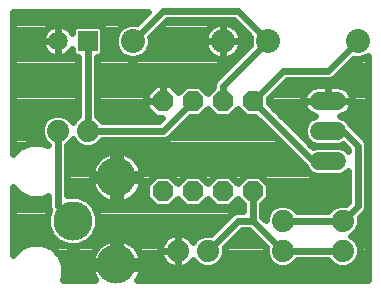
<source format=gbl>
G75*
%MOIN*%
%OFA0B0*%
%FSLAX25Y25*%
%IPPOS*%
%LPD*%
%AMOC8*
5,1,8,0,0,1.08239X$1,22.5*
%
%ADD10C,0.13055*%
%ADD11C,0.06500*%
%ADD12R,0.06500X0.06500*%
%ADD13OC8,0.06800*%
%ADD14C,0.07400*%
%ADD15C,0.06000*%
%ADD16C,0.08000*%
%ADD17C,0.02400*%
D10*
X0054156Y0027200D03*
X0068723Y0012633D03*
X0068723Y0041767D03*
D11*
X0049156Y0087200D03*
D12*
X0059156Y0087200D03*
D13*
X0084156Y0067200D03*
X0094156Y0067200D03*
X0104156Y0067200D03*
X0114156Y0067200D03*
X0114156Y0037200D03*
X0104156Y0037200D03*
X0094156Y0037200D03*
X0084156Y0037200D03*
D14*
X0089156Y0017200D03*
X0099156Y0017200D03*
X0124156Y0017200D03*
X0124156Y0027200D03*
X0144156Y0027200D03*
X0144156Y0017200D03*
X0059156Y0057200D03*
X0049156Y0057200D03*
D15*
X0136156Y0057200D02*
X0142156Y0057200D01*
X0142156Y0047200D02*
X0136156Y0047200D01*
X0136156Y0067200D02*
X0142156Y0067200D01*
D16*
X0149156Y0087200D03*
X0119156Y0087200D03*
X0104156Y0087200D03*
X0074156Y0087200D03*
D17*
X0034156Y0038527D02*
X0034156Y0015873D01*
X0036664Y0018381D01*
X0040095Y0019802D01*
X0043808Y0019802D01*
X0047238Y0018381D01*
X0049864Y0015755D01*
X0051285Y0012324D01*
X0051285Y0008611D01*
X0050783Y0007400D01*
X0061737Y0007400D01*
X0061451Y0007774D01*
X0060879Y0008765D01*
X0060441Y0009822D01*
X0060145Y0010927D01*
X0060060Y0011569D01*
X0067659Y0011569D01*
X0067659Y0013697D01*
X0067659Y0021296D01*
X0067017Y0021211D01*
X0065911Y0020915D01*
X0064854Y0020477D01*
X0063864Y0019905D01*
X0062956Y0019209D01*
X0062147Y0018400D01*
X0061451Y0017492D01*
X0060879Y0016501D01*
X0060441Y0015444D01*
X0060145Y0014339D01*
X0060060Y0013697D01*
X0067659Y0013697D01*
X0069787Y0013697D01*
X0077386Y0013697D01*
X0077301Y0014339D01*
X0077005Y0015444D01*
X0076567Y0016501D01*
X0075995Y0017492D01*
X0075299Y0018400D01*
X0074490Y0019209D01*
X0073582Y0019905D01*
X0072591Y0020477D01*
X0071534Y0020915D01*
X0070429Y0021211D01*
X0069787Y0021296D01*
X0069787Y0013697D01*
X0069787Y0011569D01*
X0077386Y0011569D01*
X0077301Y0010927D01*
X0077005Y0009822D01*
X0076567Y0008765D01*
X0075995Y0007774D01*
X0075708Y0007400D01*
X0152657Y0007400D01*
X0152657Y0082216D01*
X0152555Y0082113D01*
X0150349Y0081200D01*
X0147962Y0081200D01*
X0147764Y0081282D01*
X0140969Y0074487D01*
X0139792Y0074000D01*
X0125481Y0074000D01*
X0119556Y0068075D01*
X0119556Y0066325D01*
X0134115Y0051767D01*
X0135161Y0052200D01*
X0143150Y0052200D01*
X0144988Y0051439D01*
X0145956Y0050471D01*
X0145956Y0050875D01*
X0144197Y0052633D01*
X0143150Y0052200D01*
X0135161Y0052200D01*
X0133324Y0052961D01*
X0131917Y0054368D01*
X0131156Y0056205D01*
X0131156Y0058195D01*
X0131917Y0060032D01*
X0133324Y0061439D01*
X0134974Y0062122D01*
X0134938Y0062128D01*
X0134160Y0062381D01*
X0133430Y0062753D01*
X0132768Y0063234D01*
X0132190Y0063812D01*
X0131708Y0064475D01*
X0131337Y0065204D01*
X0131084Y0065982D01*
X0130956Y0066791D01*
X0130956Y0067200D01*
X0139156Y0067200D01*
X0147356Y0067200D01*
X0147356Y0067609D01*
X0147228Y0068418D01*
X0146975Y0069196D01*
X0146603Y0069925D01*
X0146122Y0070588D01*
X0145543Y0071166D01*
X0144881Y0071647D01*
X0144152Y0072019D01*
X0143374Y0072272D01*
X0142565Y0072400D01*
X0139156Y0072400D01*
X0139156Y0067200D01*
X0139156Y0067200D01*
X0147356Y0067200D01*
X0147356Y0066791D01*
X0147228Y0065982D01*
X0146975Y0065204D01*
X0146603Y0064475D01*
X0146122Y0063812D01*
X0145543Y0063234D01*
X0144881Y0062753D01*
X0144152Y0062381D01*
X0143374Y0062128D01*
X0143338Y0062122D01*
X0144988Y0061439D01*
X0146395Y0060032D01*
X0146780Y0059101D01*
X0146869Y0059013D01*
X0151869Y0054013D01*
X0152356Y0052837D01*
X0152356Y0031563D01*
X0151869Y0030387D01*
X0150969Y0029487D01*
X0149844Y0028363D01*
X0149856Y0028334D01*
X0149856Y0026066D01*
X0148988Y0023971D01*
X0147385Y0022368D01*
X0146980Y0022200D01*
X0147385Y0022032D01*
X0148988Y0020429D01*
X0149856Y0018334D01*
X0149856Y0016066D01*
X0148988Y0013971D01*
X0147385Y0012368D01*
X0145290Y0011500D01*
X0143022Y0011500D01*
X0140927Y0012368D01*
X0139324Y0013971D01*
X0139312Y0014000D01*
X0129000Y0014000D01*
X0128988Y0013971D01*
X0127385Y0012368D01*
X0125290Y0011500D01*
X0123022Y0011500D01*
X0120927Y0012368D01*
X0119324Y0013971D01*
X0118456Y0016066D01*
X0118456Y0018334D01*
X0118468Y0018363D01*
X0112830Y0024000D01*
X0110481Y0024000D01*
X0104844Y0018363D01*
X0104856Y0018334D01*
X0104856Y0016066D01*
X0103988Y0013971D01*
X0102385Y0012368D01*
X0100290Y0011500D01*
X0098022Y0011500D01*
X0095927Y0012368D01*
X0094324Y0013971D01*
X0094238Y0014178D01*
X0094202Y0014108D01*
X0093656Y0013356D01*
X0092999Y0012700D01*
X0092248Y0012154D01*
X0091421Y0011732D01*
X0090537Y0011445D01*
X0089620Y0011300D01*
X0089156Y0011300D01*
X0089156Y0017200D01*
X0089156Y0017200D01*
X0089156Y0023100D01*
X0089620Y0023100D01*
X0090537Y0022955D01*
X0091421Y0022668D01*
X0092248Y0022246D01*
X0092999Y0021700D01*
X0093656Y0021044D01*
X0094202Y0020292D01*
X0094238Y0020222D01*
X0094324Y0020429D01*
X0095927Y0022032D01*
X0098022Y0022900D01*
X0100290Y0022900D01*
X0100318Y0022888D01*
X0106443Y0029013D01*
X0107343Y0029913D01*
X0108519Y0030400D01*
X0110956Y0030400D01*
X0110956Y0032763D01*
X0109156Y0034563D01*
X0106393Y0031800D01*
X0101919Y0031800D01*
X0099156Y0034563D01*
X0096393Y0031800D01*
X0091919Y0031800D01*
X0089156Y0034563D01*
X0086393Y0031800D01*
X0081919Y0031800D01*
X0078756Y0034963D01*
X0078756Y0039437D01*
X0081919Y0042600D01*
X0086393Y0042600D01*
X0089156Y0039837D01*
X0091919Y0042600D01*
X0096393Y0042600D01*
X0099156Y0039837D01*
X0101919Y0042600D01*
X0106393Y0042600D01*
X0109156Y0039837D01*
X0111919Y0042600D01*
X0116393Y0042600D01*
X0119556Y0039437D01*
X0119556Y0034963D01*
X0117356Y0032763D01*
X0117356Y0028525D01*
X0118456Y0027425D01*
X0118456Y0028334D01*
X0119324Y0030429D01*
X0120927Y0032032D01*
X0123022Y0032900D01*
X0125290Y0032900D01*
X0127385Y0032032D01*
X0128988Y0030429D01*
X0129000Y0030400D01*
X0139312Y0030400D01*
X0139324Y0030429D01*
X0140927Y0032032D01*
X0143022Y0032900D01*
X0145290Y0032900D01*
X0145318Y0032888D01*
X0145956Y0033525D01*
X0145956Y0043929D01*
X0144988Y0042961D01*
X0143150Y0042200D01*
X0135161Y0042200D01*
X0133324Y0042961D01*
X0131917Y0044368D01*
X0131531Y0045299D01*
X0131443Y0045387D01*
X0115030Y0061800D01*
X0111919Y0061800D01*
X0109156Y0064563D01*
X0106393Y0061800D01*
X0101919Y0061800D01*
X0099156Y0064563D01*
X0096393Y0061800D01*
X0093281Y0061800D01*
X0085969Y0054487D01*
X0084792Y0054000D01*
X0064000Y0054000D01*
X0063988Y0053971D01*
X0062385Y0052368D01*
X0060290Y0051500D01*
X0058022Y0051500D01*
X0055927Y0052368D01*
X0054324Y0053971D01*
X0054156Y0054376D01*
X0053988Y0053971D01*
X0052385Y0052368D01*
X0052356Y0052356D01*
X0052356Y0035685D01*
X0052460Y0035728D01*
X0055852Y0035728D01*
X0058986Y0034429D01*
X0061385Y0032030D01*
X0062683Y0028896D01*
X0062683Y0025504D01*
X0061385Y0022370D01*
X0058986Y0019971D01*
X0055852Y0018672D01*
X0052460Y0018672D01*
X0049325Y0019971D01*
X0046927Y0022370D01*
X0045628Y0025504D01*
X0045628Y0028896D01*
X0046345Y0030625D01*
X0045956Y0031563D01*
X0045956Y0035488D01*
X0043808Y0034598D01*
X0040095Y0034598D01*
X0036664Y0036019D01*
X0034156Y0038527D01*
X0034156Y0038178D02*
X0034506Y0038178D01*
X0034156Y0035779D02*
X0037244Y0035779D01*
X0034156Y0033381D02*
X0045956Y0033381D01*
X0046197Y0030982D02*
X0034156Y0030982D01*
X0034156Y0028584D02*
X0045628Y0028584D01*
X0045628Y0026185D02*
X0034156Y0026185D01*
X0034156Y0023787D02*
X0046340Y0023787D01*
X0047908Y0021388D02*
X0034156Y0021388D01*
X0034156Y0018990D02*
X0038134Y0018990D01*
X0034874Y0016591D02*
X0034156Y0016591D01*
X0045768Y0018990D02*
X0051694Y0018990D01*
X0049028Y0016591D02*
X0060930Y0016591D01*
X0060125Y0014193D02*
X0050511Y0014193D01*
X0051285Y0011794D02*
X0067659Y0011794D01*
X0069787Y0011794D02*
X0086770Y0011794D01*
X0086891Y0011732D02*
X0087774Y0011445D01*
X0088692Y0011300D01*
X0089156Y0011300D01*
X0089156Y0017200D01*
X0089156Y0017200D01*
X0089156Y0023100D01*
X0088692Y0023100D01*
X0087774Y0022955D01*
X0086891Y0022668D01*
X0086064Y0022246D01*
X0085312Y0021700D01*
X0084656Y0021044D01*
X0084110Y0020292D01*
X0083688Y0019465D01*
X0083401Y0018582D01*
X0083256Y0017664D01*
X0083256Y0017200D01*
X0089156Y0017200D01*
X0083256Y0017200D01*
X0083256Y0016736D01*
X0083401Y0015818D01*
X0083688Y0014935D01*
X0084110Y0014108D01*
X0084656Y0013356D01*
X0085312Y0012700D01*
X0086064Y0012154D01*
X0086891Y0011732D01*
X0089156Y0011794D02*
X0089156Y0011794D01*
X0091542Y0011794D02*
X0097312Y0011794D01*
X0101000Y0011794D02*
X0122312Y0011794D01*
X0119232Y0014193D02*
X0104080Y0014193D01*
X0104856Y0016591D02*
X0118456Y0016591D01*
X0117841Y0018990D02*
X0105471Y0018990D01*
X0107869Y0021388D02*
X0115442Y0021388D01*
X0113044Y0023787D02*
X0110268Y0023787D01*
X0109156Y0027200D02*
X0114156Y0027200D01*
X0124156Y0017200D01*
X0144156Y0017200D01*
X0149584Y0018990D02*
X0152657Y0018990D01*
X0152657Y0021388D02*
X0148029Y0021388D01*
X0148804Y0023787D02*
X0152657Y0023787D01*
X0152657Y0026185D02*
X0149856Y0026185D01*
X0150065Y0028584D02*
X0152657Y0028584D01*
X0152657Y0030982D02*
X0152115Y0030982D01*
X0152356Y0033381D02*
X0152657Y0033381D01*
X0149156Y0032200D02*
X0149156Y0052200D01*
X0144156Y0057200D01*
X0139156Y0057200D01*
X0144041Y0052569D02*
X0144262Y0052569D01*
X0148516Y0057366D02*
X0152657Y0057366D01*
X0152657Y0054967D02*
X0150914Y0054967D01*
X0152356Y0052569D02*
X0152657Y0052569D01*
X0152657Y0050170D02*
X0152356Y0050170D01*
X0152356Y0047772D02*
X0152657Y0047772D01*
X0152657Y0045373D02*
X0152356Y0045373D01*
X0152356Y0042975D02*
X0152657Y0042975D01*
X0152657Y0040576D02*
X0152356Y0040576D01*
X0152356Y0038178D02*
X0152657Y0038178D01*
X0152657Y0035779D02*
X0152356Y0035779D01*
X0149156Y0032200D02*
X0144156Y0027200D01*
X0124156Y0027200D01*
X0128435Y0030982D02*
X0139877Y0030982D01*
X0145811Y0033381D02*
X0117973Y0033381D01*
X0117356Y0030982D02*
X0119877Y0030982D01*
X0118559Y0028584D02*
X0117356Y0028584D01*
X0114156Y0027200D02*
X0114156Y0037200D01*
X0118416Y0040576D02*
X0145956Y0040576D01*
X0145956Y0038178D02*
X0119556Y0038178D01*
X0119556Y0035779D02*
X0145956Y0035779D01*
X0145956Y0042975D02*
X0145002Y0042975D01*
X0139156Y0047200D02*
X0134156Y0047200D01*
X0114156Y0067200D01*
X0124156Y0077200D01*
X0139156Y0077200D01*
X0149156Y0087200D01*
X0150714Y0081351D02*
X0152657Y0081351D01*
X0152657Y0078952D02*
X0145434Y0078952D01*
X0143035Y0076554D02*
X0152657Y0076554D01*
X0152657Y0074155D02*
X0140167Y0074155D01*
X0139156Y0072400D02*
X0135747Y0072400D01*
X0134938Y0072272D01*
X0134160Y0072019D01*
X0133430Y0071647D01*
X0132768Y0071166D01*
X0132190Y0070588D01*
X0131708Y0069925D01*
X0131337Y0069196D01*
X0131084Y0068418D01*
X0130956Y0067609D01*
X0130956Y0067200D01*
X0139156Y0067200D01*
X0139156Y0067200D01*
X0139156Y0072400D01*
X0139156Y0071757D02*
X0139156Y0071757D01*
X0139156Y0069358D02*
X0139156Y0069358D01*
X0139156Y0067200D02*
X0139156Y0067200D01*
X0144667Y0071757D02*
X0152657Y0071757D01*
X0152657Y0069358D02*
X0146892Y0069358D01*
X0147356Y0066960D02*
X0152657Y0066960D01*
X0152657Y0064561D02*
X0146648Y0064561D01*
X0143480Y0062163D02*
X0152657Y0062163D01*
X0152657Y0059764D02*
X0146506Y0059764D01*
X0134831Y0062163D02*
X0123719Y0062163D01*
X0126117Y0059764D02*
X0131806Y0059764D01*
X0131156Y0057366D02*
X0128516Y0057366D01*
X0130914Y0054967D02*
X0131669Y0054967D01*
X0133313Y0052569D02*
X0134271Y0052569D01*
X0129059Y0047772D02*
X0075061Y0047772D01*
X0075299Y0047534D02*
X0074490Y0048343D01*
X0073582Y0049039D01*
X0072591Y0049611D01*
X0071534Y0050049D01*
X0070429Y0050345D01*
X0069787Y0050430D01*
X0069787Y0042831D01*
X0077386Y0042831D01*
X0077301Y0043473D01*
X0077005Y0044578D01*
X0076567Y0045635D01*
X0075995Y0046626D01*
X0075299Y0047534D01*
X0076676Y0045373D02*
X0131457Y0045373D01*
X0133310Y0042975D02*
X0077367Y0042975D01*
X0077386Y0040703D02*
X0069787Y0040703D01*
X0069787Y0042831D01*
X0067659Y0042831D01*
X0067659Y0050430D01*
X0067017Y0050345D01*
X0065911Y0050049D01*
X0064854Y0049611D01*
X0063864Y0049039D01*
X0062956Y0048343D01*
X0062147Y0047534D01*
X0061451Y0046626D01*
X0060879Y0045635D01*
X0060441Y0044578D01*
X0060145Y0043473D01*
X0060060Y0042831D01*
X0067659Y0042831D01*
X0067659Y0040703D01*
X0069787Y0040703D01*
X0069787Y0033104D01*
X0070429Y0033189D01*
X0071534Y0033485D01*
X0072591Y0033923D01*
X0073582Y0034495D01*
X0074490Y0035191D01*
X0075299Y0036000D01*
X0075995Y0036908D01*
X0076567Y0037899D01*
X0077005Y0038956D01*
X0077301Y0040061D01*
X0077386Y0040703D01*
X0077369Y0040576D02*
X0079895Y0040576D01*
X0078756Y0038178D02*
X0076683Y0038178D01*
X0075078Y0035779D02*
X0078756Y0035779D01*
X0080339Y0033381D02*
X0071145Y0033381D01*
X0069787Y0033381D02*
X0067659Y0033381D01*
X0067659Y0033104D02*
X0067659Y0040703D01*
X0060060Y0040703D01*
X0060145Y0040061D01*
X0060441Y0038956D01*
X0060879Y0037899D01*
X0061451Y0036908D01*
X0062147Y0036000D01*
X0062956Y0035191D01*
X0063864Y0034495D01*
X0064854Y0033923D01*
X0065911Y0033485D01*
X0067017Y0033189D01*
X0067659Y0033104D01*
X0066300Y0033381D02*
X0060035Y0033381D01*
X0061819Y0030982D02*
X0110956Y0030982D01*
X0110339Y0033381D02*
X0107973Y0033381D01*
X0106014Y0028584D02*
X0062683Y0028584D01*
X0062683Y0026185D02*
X0103616Y0026185D01*
X0101217Y0023787D02*
X0061972Y0023787D01*
X0060404Y0021388D02*
X0085000Y0021388D01*
X0083534Y0018990D02*
X0074709Y0018990D01*
X0076515Y0016591D02*
X0083279Y0016591D01*
X0084067Y0014193D02*
X0077320Y0014193D01*
X0069787Y0014193D02*
X0067659Y0014193D01*
X0067659Y0016591D02*
X0069787Y0016591D01*
X0069787Y0018990D02*
X0067659Y0018990D01*
X0062737Y0018990D02*
X0056618Y0018990D01*
X0054156Y0027200D02*
X0049156Y0032200D01*
X0049156Y0057200D01*
X0043911Y0054967D02*
X0034156Y0054967D01*
X0034156Y0052569D02*
X0038411Y0052569D01*
X0040095Y0053266D02*
X0036664Y0051845D01*
X0034156Y0049337D01*
X0034156Y0096961D01*
X0079391Y0096961D01*
X0075548Y0093118D01*
X0075349Y0093200D01*
X0072962Y0093200D01*
X0070757Y0092287D01*
X0069069Y0090599D01*
X0068156Y0088393D01*
X0068156Y0086007D01*
X0069069Y0083801D01*
X0070757Y0082113D01*
X0072962Y0081200D01*
X0075349Y0081200D01*
X0077555Y0082113D01*
X0079242Y0083801D01*
X0080156Y0086007D01*
X0080156Y0088393D01*
X0080074Y0088592D01*
X0085481Y0094000D01*
X0107830Y0094000D01*
X0113238Y0088592D01*
X0113156Y0088393D01*
X0113156Y0086007D01*
X0113238Y0085808D01*
X0101443Y0074013D01*
X0100956Y0072837D01*
X0100956Y0071637D01*
X0099156Y0069837D01*
X0096393Y0072600D01*
X0091919Y0072600D01*
X0089297Y0069978D01*
X0086475Y0072800D01*
X0084156Y0072800D01*
X0084156Y0067200D01*
X0084156Y0067200D01*
X0084156Y0072800D01*
X0081836Y0072800D01*
X0078556Y0069520D01*
X0078556Y0067200D01*
X0084156Y0067200D01*
X0078556Y0067200D01*
X0078556Y0064880D01*
X0081836Y0061600D01*
X0084030Y0061600D01*
X0082830Y0060400D01*
X0064000Y0060400D01*
X0063988Y0060429D01*
X0062385Y0062032D01*
X0062356Y0062044D01*
X0062356Y0081950D01*
X0063234Y0081950D01*
X0064406Y0083122D01*
X0064406Y0091278D01*
X0063234Y0092450D01*
X0055077Y0092450D01*
X0053906Y0091278D01*
X0053906Y0089882D01*
X0053817Y0090056D01*
X0053313Y0090750D01*
X0052706Y0091357D01*
X0052012Y0091861D01*
X0051248Y0092251D01*
X0050432Y0092516D01*
X0049585Y0092650D01*
X0049156Y0092650D01*
X0049156Y0087200D01*
X0049156Y0087200D01*
X0049156Y0081750D01*
X0049585Y0081750D01*
X0050432Y0081884D01*
X0051248Y0082149D01*
X0052012Y0082539D01*
X0052706Y0083043D01*
X0053313Y0083650D01*
X0053817Y0084344D01*
X0053906Y0084518D01*
X0053906Y0083122D01*
X0055077Y0081950D01*
X0055956Y0081950D01*
X0055956Y0062044D01*
X0055927Y0062032D01*
X0054324Y0060429D01*
X0054156Y0060024D01*
X0053988Y0060429D01*
X0052385Y0062032D01*
X0050290Y0062900D01*
X0048022Y0062900D01*
X0045927Y0062032D01*
X0044324Y0060429D01*
X0043456Y0058334D01*
X0043456Y0056066D01*
X0044324Y0053971D01*
X0045892Y0052403D01*
X0043808Y0053266D01*
X0040095Y0053266D01*
X0043456Y0057366D02*
X0034156Y0057366D01*
X0034156Y0059764D02*
X0044048Y0059764D01*
X0046242Y0062163D02*
X0034156Y0062163D01*
X0034156Y0064561D02*
X0055956Y0064561D01*
X0055956Y0062163D02*
X0052070Y0062163D01*
X0055956Y0066960D02*
X0034156Y0066960D01*
X0034156Y0069358D02*
X0055956Y0069358D01*
X0055956Y0071757D02*
X0034156Y0071757D01*
X0034156Y0074155D02*
X0055956Y0074155D01*
X0055956Y0076554D02*
X0034156Y0076554D01*
X0034156Y0078952D02*
X0055956Y0078952D01*
X0055956Y0081351D02*
X0034156Y0081351D01*
X0034156Y0083749D02*
X0044926Y0083749D01*
X0044999Y0083650D02*
X0045605Y0083043D01*
X0046299Y0082539D01*
X0047064Y0082149D01*
X0047880Y0081884D01*
X0048727Y0081750D01*
X0049156Y0081750D01*
X0049156Y0087200D01*
X0049156Y0087200D01*
X0049156Y0092650D01*
X0048727Y0092650D01*
X0047880Y0092516D01*
X0047064Y0092251D01*
X0046299Y0091861D01*
X0045605Y0091357D01*
X0044999Y0090750D01*
X0044495Y0090056D01*
X0044105Y0089292D01*
X0043840Y0088476D01*
X0043706Y0087629D01*
X0043706Y0087200D01*
X0049156Y0087200D01*
X0043706Y0087200D01*
X0043706Y0086771D01*
X0043840Y0085924D01*
X0044105Y0085108D01*
X0044495Y0084344D01*
X0044999Y0083650D01*
X0043805Y0086148D02*
X0034156Y0086148D01*
X0034156Y0088546D02*
X0043863Y0088546D01*
X0045193Y0090945D02*
X0034156Y0090945D01*
X0034156Y0093343D02*
X0075774Y0093343D01*
X0078172Y0095742D02*
X0034156Y0095742D01*
X0049156Y0090945D02*
X0049156Y0090945D01*
X0053118Y0090945D02*
X0053906Y0090945D01*
X0049156Y0088546D02*
X0049156Y0088546D01*
X0049156Y0087200D02*
X0049156Y0087200D01*
X0049156Y0086148D02*
X0049156Y0086148D01*
X0049156Y0083749D02*
X0049156Y0083749D01*
X0053385Y0083749D02*
X0053906Y0083749D01*
X0059156Y0087200D02*
X0059156Y0057200D01*
X0084156Y0057200D01*
X0094156Y0067200D01*
X0099154Y0064561D02*
X0099158Y0064561D01*
X0101556Y0062163D02*
X0096755Y0062163D01*
X0091246Y0059764D02*
X0117066Y0059764D01*
X0119465Y0057366D02*
X0088847Y0057366D01*
X0086449Y0054967D02*
X0121863Y0054967D01*
X0124262Y0052569D02*
X0062586Y0052569D01*
X0066364Y0050170D02*
X0052356Y0050170D01*
X0052586Y0052569D02*
X0055726Y0052569D01*
X0052356Y0047772D02*
X0062385Y0047772D01*
X0060770Y0045373D02*
X0052356Y0045373D01*
X0052356Y0042975D02*
X0060079Y0042975D01*
X0060077Y0040576D02*
X0052356Y0040576D01*
X0052356Y0038178D02*
X0060763Y0038178D01*
X0062368Y0035779D02*
X0052356Y0035779D01*
X0067659Y0035779D02*
X0069787Y0035779D01*
X0069787Y0038178D02*
X0067659Y0038178D01*
X0067659Y0040576D02*
X0069787Y0040576D01*
X0069787Y0042975D02*
X0067659Y0042975D01*
X0067659Y0045373D02*
X0069787Y0045373D01*
X0069787Y0047772D02*
X0067659Y0047772D01*
X0067659Y0050170D02*
X0069787Y0050170D01*
X0071082Y0050170D02*
X0126660Y0050170D01*
X0109895Y0040576D02*
X0108416Y0040576D01*
X0099895Y0040576D02*
X0098416Y0040576D01*
X0089895Y0040576D02*
X0088416Y0040576D01*
X0087973Y0033381D02*
X0090339Y0033381D01*
X0097973Y0033381D02*
X0100339Y0033381D01*
X0109156Y0027200D02*
X0099156Y0017200D01*
X0095283Y0021388D02*
X0093312Y0021388D01*
X0089156Y0021388D02*
X0089156Y0021388D01*
X0089156Y0018990D02*
X0089156Y0018990D01*
X0089156Y0017200D02*
X0089156Y0017200D01*
X0089156Y0016591D02*
X0089156Y0016591D01*
X0089156Y0014193D02*
X0089156Y0014193D01*
X0076828Y0009396D02*
X0152657Y0009396D01*
X0152657Y0011794D02*
X0146000Y0011794D01*
X0142312Y0011794D02*
X0126000Y0011794D01*
X0149080Y0014193D02*
X0152657Y0014193D01*
X0152657Y0016591D02*
X0149856Y0016591D01*
X0111556Y0062163D02*
X0106755Y0062163D01*
X0109154Y0064561D02*
X0109158Y0064561D01*
X0104156Y0067200D02*
X0104156Y0072200D01*
X0119156Y0087200D01*
X0109156Y0097200D01*
X0084156Y0097200D01*
X0074156Y0087200D01*
X0068219Y0088546D02*
X0064406Y0088546D01*
X0064406Y0086148D02*
X0068156Y0086148D01*
X0069121Y0083749D02*
X0064406Y0083749D01*
X0062356Y0081351D02*
X0072598Y0081351D01*
X0075714Y0081351D02*
X0102094Y0081351D01*
X0101776Y0081454D02*
X0102704Y0081153D01*
X0103668Y0081000D01*
X0104156Y0081000D01*
X0104644Y0081000D01*
X0105608Y0081153D01*
X0106536Y0081454D01*
X0107405Y0081897D01*
X0108195Y0082471D01*
X0108885Y0083161D01*
X0109459Y0083950D01*
X0109902Y0084820D01*
X0110203Y0085748D01*
X0110356Y0086712D01*
X0110356Y0087200D01*
X0110356Y0087688D01*
X0110203Y0088652D01*
X0109902Y0089580D01*
X0109459Y0090450D01*
X0108885Y0091239D01*
X0108195Y0091929D01*
X0107405Y0092503D01*
X0106536Y0092946D01*
X0105608Y0093247D01*
X0104644Y0093400D01*
X0104156Y0093400D01*
X0104156Y0087200D01*
X0110356Y0087200D01*
X0104156Y0087200D01*
X0104156Y0087200D01*
X0104156Y0087200D01*
X0104156Y0081000D01*
X0104156Y0087200D01*
X0104156Y0087200D01*
X0104156Y0093400D01*
X0103668Y0093400D01*
X0102704Y0093247D01*
X0101776Y0092946D01*
X0100906Y0092503D01*
X0100117Y0091929D01*
X0099427Y0091239D01*
X0098853Y0090450D01*
X0098410Y0089580D01*
X0098109Y0088652D01*
X0097956Y0087688D01*
X0097956Y0087200D01*
X0104156Y0087200D01*
X0097956Y0087200D01*
X0097956Y0086712D01*
X0098109Y0085748D01*
X0098410Y0084820D01*
X0098853Y0083950D01*
X0099427Y0083161D01*
X0100117Y0082471D01*
X0100906Y0081897D01*
X0101776Y0081454D01*
X0104156Y0081351D02*
X0104156Y0081351D01*
X0106218Y0081351D02*
X0108781Y0081351D01*
X0106383Y0078952D02*
X0062356Y0078952D01*
X0062356Y0076554D02*
X0103984Y0076554D01*
X0101586Y0074155D02*
X0062356Y0074155D01*
X0062356Y0071757D02*
X0080793Y0071757D01*
X0078556Y0069358D02*
X0062356Y0069358D01*
X0062356Y0066960D02*
X0078556Y0066960D01*
X0078875Y0064561D02*
X0062356Y0064561D01*
X0062356Y0062163D02*
X0081274Y0062163D01*
X0084156Y0067200D02*
X0084156Y0067200D01*
X0084156Y0069358D02*
X0084156Y0069358D01*
X0084156Y0071757D02*
X0084156Y0071757D01*
X0087519Y0071757D02*
X0091076Y0071757D01*
X0097236Y0071757D02*
X0100956Y0071757D01*
X0098999Y0083749D02*
X0079191Y0083749D01*
X0080156Y0086148D02*
X0098045Y0086148D01*
X0098092Y0088546D02*
X0080093Y0088546D01*
X0082426Y0090945D02*
X0099213Y0090945D01*
X0103311Y0093343D02*
X0084825Y0093343D01*
X0069416Y0090945D02*
X0064406Y0090945D01*
X0104156Y0090945D02*
X0104156Y0090945D01*
X0104156Y0093343D02*
X0104156Y0093343D01*
X0105001Y0093343D02*
X0108487Y0093343D01*
X0109099Y0090945D02*
X0110885Y0090945D01*
X0110220Y0088546D02*
X0113219Y0088546D01*
X0113156Y0086148D02*
X0110267Y0086148D01*
X0111180Y0083749D02*
X0109312Y0083749D01*
X0104156Y0083749D02*
X0104156Y0083749D01*
X0104156Y0086148D02*
X0104156Y0086148D01*
X0104156Y0087200D02*
X0104156Y0087200D01*
X0104156Y0088546D02*
X0104156Y0088546D01*
X0123238Y0071757D02*
X0133645Y0071757D01*
X0131420Y0069358D02*
X0120840Y0069358D01*
X0119556Y0066960D02*
X0130956Y0066960D01*
X0131664Y0064561D02*
X0121320Y0064561D01*
X0045726Y0052569D02*
X0045491Y0052569D01*
X0034989Y0050170D02*
X0034156Y0050170D01*
X0051285Y0009396D02*
X0060617Y0009396D01*
M02*

</source>
